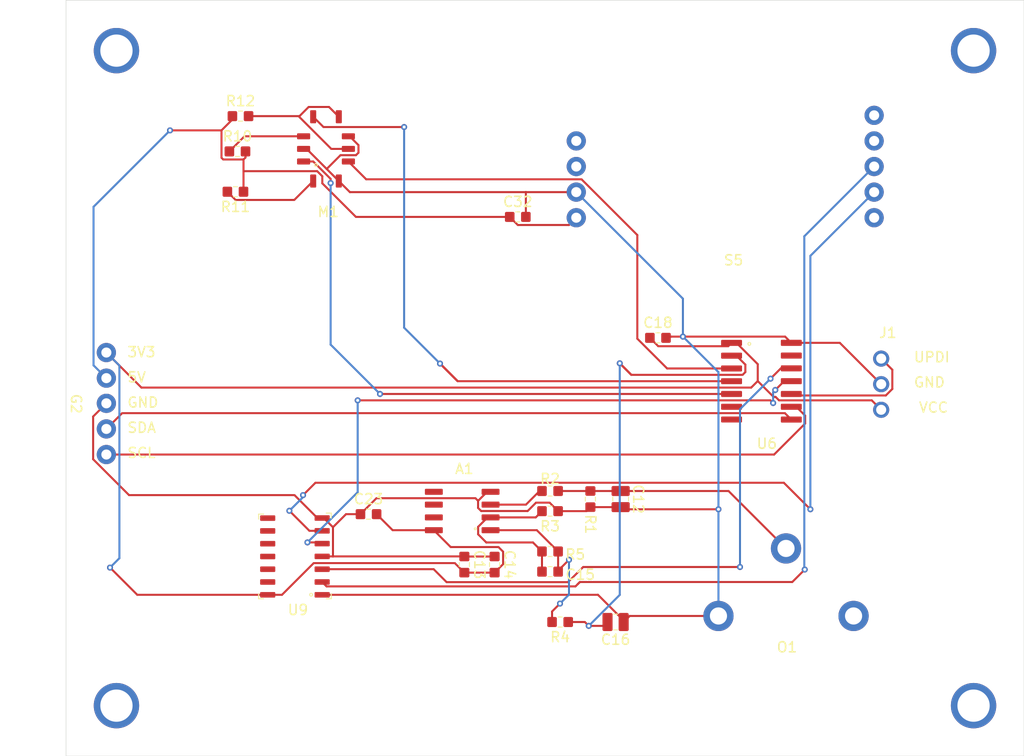
<source format=kicad_pcb>
(kicad_pcb (version 20241229) (generator "pcbnew") (generator_version "9.0")
  (layers (0 "F.Cu" signal) (2 "B.Cu" signal) (13 "F.Paste" user) (15 "B.Paste" user) (5 "F.SilkS" user "F.Silkscreen") (7 "B.SilkS" user "B.Silkscreen") (1 "F.Mask" user) (3 "B.Mask" user) (25 "Edge.Cuts" user))
  (net 0 "")
  (net 1 "Net-(A1-+IN_A)")
  (net 3 "3V3")
  (net 4 "GND")
  (net 5 "Net-(A1-OUT_A)")
  (net 6 "Net-(A1--IN_A)")
  (net 9 "Net-(O1-Vsensor+)")
  (net 10 "02_A")
  (net 11 "5V")
  (net 12 "SDA")
  (net 13 "SCL")
  (net 14 "UPDI")
  (net 15 "Net-(M1-C)")
  (net 16 "Net-(M1-E)")
  (net 17 "NO2_VAL")
  (net 18 "Net-(M1-K)")
  (net 19 "NH3_VAL")
  (net 20 "CO_VAL")
  (net 24 "CO2_TX")
  (net 25 "C02_RX")
  (net 29 "AT_GAS_RX")
  (net 31 "AT_GAS_TX")
  (footprint "" (layer "F.Cu") (at 182 63)
    (property "Reference" "" (at 0 0 0) (layer "F.SilkS") (effects (font (size 1.27 1.27))))
    (property "Value" "")
    (pad "" thru_hole circle (at 0 0) (size 4.5 4.5) (drill 3.2) (layers "*.Cu" "*.Mask"))
  )
  (footprint "common:C_0805" (layer "F.Cu") (at 146.5 119.7 180)
    (property "Reference" "C16" (at 0 -1.75 0) (layer "F.SilkS"))
    (property "Value" "10uF")
    (fp_line (start -0.2 0.78) (end 0.2 0.78) (stroke (width 0.1)) (layer "F.SilkS"))
    (fp_line (start -0.2 -0.78) (end 0.2 -0.78) (stroke (width 0.1)) (layer "F.SilkS"))
    (pad "1" smd roundrect (at -0.8 0 180) (size 1 1.8) (layers "F.Cu" "F.Mask" "F.Paste") (roundrect_rratio 0.15) (net 4 "GND"))
    (pad "2" smd roundrect (at 0.8 0 180) (size 1 1.8) (layers "F.Cu" "F.Mask" "F.Paste") (roundrect_rratio 0.15) (net 10 "02_A"))
  )
  (footprint "common:C_0603" (layer "F.Cu") (at 150.7 91.5)
    (property "Reference" "C18" (at 0 -1.5 0) (layer "F.SilkS"))
    (property "Value" "100nF")
    (fp_line (start -0.2 -0.5) (end 0.2 -0.5) (stroke (width 0.1)) (layer "F.SilkS"))
    (fp_line (start -0.2 0.5) (end 0.2 0.5) (stroke (width 0.1)) (layer "F.SilkS"))
    (pad "1" smd roundrect (at -0.8 0) (size 0.95 1) (layers "F.Cu" "F.Mask" "F.Paste") (roundrect_rratio 0.15) (net 3 "3V3"))
    (pad "2" smd roundrect (at 0.8 0) (size 0.95 1) (layers "F.Cu" "F.Mask" "F.Paste") (roundrect_rratio 0.15) (net 4 "GND"))
  )
  (footprint "air_sens_foots:MiCS-6814" (layer "F.Cu") (at 117.78 72.75)
    (property "Reference" "M1" (at 0.22 6.25 0) (layer "F.SilkS"))
    (property "Value" "MiCS-6814")
    (fp_circle (center -1 1.6) (end -0.9 1.5) (stroke (width 0.1)) (fill no) (layer "F.SilkS"))
    (pad "1" smd roundrect (at -2.22 1.25 90) (size 0.6 1.3) (layers "F.Cu" "F.Mask" "F.Paste") (roundrect_rratio 0.15) (net 17 "NO2_VAL"))
    (pad "2" smd roundrect (at -2.22 0 90) (size 0.6 1.3) (layers "F.Cu" "F.Mask" "F.Paste") (roundrect_rratio 0.15) (net 4 "GND"))
    (pad "3" smd roundrect (at -2.22 -1.25 90) (size 0.6 1.3) (layers "F.Cu" "F.Mask" "F.Paste") (roundrect_rratio 0.15) (net 15 "Net-(M1-C)"))
    (pad "4" smd roundrect (at -1.27 -3.19) (size 0.6 1.3) (layers "F.Cu" "F.Mask" "F.Paste") (roundrect_rratio 0.15) (net 19 "NH3_VAL"))
    (pad "5" smd roundrect (at 1.27 -3.19) (size 0.6 1.3) (layers "F.Cu" "F.Mask" "F.Paste") (roundrect_rratio 0.15) (net 16 "Net-(M1-E)"))
    (pad "6" smd roundrect (at 2.22 -1.25 90) (size 0.6 1.3) (layers "F.Cu" "F.Mask" "F.Paste") (roundrect_rratio 0.15) (net 4 "GND"))
    (pad "7" smd roundrect (at 2.22 0 90) (size 0.6 1.3) (layers "F.Cu" "F.Mask" "F.Paste") (roundrect_rratio 0.15) (net 16 "Net-(M1-E)"))
    (pad "8" smd roundrect (at 2.22 1.25 90) (size 0.6 1.3) (layers "F.Cu" "F.Mask" "F.Paste") (roundrect_rratio 0.15) (net 20 "CO_VAL"))
    (pad "9" smd roundrect (at 1.27 3.19) (size 0.6 1.3) (layers "F.Cu" "F.Mask" "F.Paste") (roundrect_rratio 0.15) (net 4 "GND"))
    (pad "10" smd roundrect (at -1.27 3.19) (size 0.6 1.3) (layers "F.Cu" "F.Mask" "F.Paste") (roundrect_rratio 0.15) (net 18 "Net-(M1-K)"))
  )
  (footprint "air_sens_foots:SN74LVC125" (layer "F.Cu") (at 114.7 113.19 90)
    (property "Reference" "U9" (at -5.31 0.3 0) (layer "F.SilkS"))
    (property "Value" "Buffer")
    (fp_line (start 4.2 -3.6) (end 4.2 -3.1) (stroke (width 0.1)) (layer "F.SilkS"))
    (fp_line (start 3.7 -3.6) (end 4.2 -3.6) (stroke (width 0.1)) (layer "F.SilkS"))
    (fp_line (start -4.2 -3.6) (end -3.7 -3.6) (stroke (width 0.1)) (layer "F.SilkS"))
    (fp_line (start -4.2 -3.1) (end -4.2 -3.6) (stroke (width 0.1)) (layer "F.SilkS"))
    (fp_line (start 4.3 3.1) (end 4.3 3.6) (stroke (width 0.1)) (layer "F.SilkS"))
    (fp_line (start 4.3 3.6) (end 3.8 3.6) (stroke (width 0.1)) (layer "F.SilkS"))
    (fp_line (start -3.7 3.6) (end -4.2 3.6) (stroke (width 0.1)) (layer "F.SilkS"))
    (fp_line (start -4.2 3.6) (end -4.2 3.1) (stroke (width 0.1)) (layer "F.SilkS"))
    (fp_circle (center -3.8 1.6) (end -3.7 1.5) (stroke (width 0.1)) (fill no) (layer "F.SilkS"))
    (pad "1" smd roundrect (at -3.81 2.7 90) (size 0.55 1.5) (layers "F.Cu" "F.Mask" "F.Paste") (roundrect_rratio 0.15) (net 4 "GND") (clearance 0.07))
    (pad "2" smd roundrect (at -2.54 2.7 90) (size 0.55 1.5) (layers "F.Cu" "F.Mask" "F.Paste") (roundrect_rratio 0.15) (net 24 "CO2_TX") (clearance 0.07))
    (pad "3" smd roundrect (at -1.27 2.7 90) (size 0.55 1.5) (layers "F.Cu" "F.Mask" "F.Paste") (roundrect_rratio 0.15) (net 29 "AT_GAS_RX") (clearance 0.07))
    (pad "4" smd roundrect (at 0 2.7 90) (size 0.55 1.5) (layers "F.Cu" "F.Mask" "F.Paste") (roundrect_rratio 0.15) (net 4 "GND") (clearance 0.07))
    (pad "5" smd roundrect (at 1.27 2.7 90) (size 0.55 1.5) (layers "F.Cu" "F.Mask" "F.Paste") (roundrect_rratio 0.15) (net 31 "AT_GAS_TX") (clearance 0.07))
    (pad "6" smd roundrect (at 2.54 2.7 90) (size 0.55 1.5) (layers "F.Cu" "F.Mask" "F.Paste") (roundrect_rratio 0.15) (net 25 "C02_RX") (clearance 0.07))
    (pad "7" smd roundrect (at 3.81 2.7 90) (size 0.55 1.5) (layers "F.Cu" "F.Mask" "F.Paste") (roundrect_rratio 0.15) (net 4 "GND") (clearance 0.07))
    (pad "8" smd roundrect (at 3.8 -2.7 90) (size 0.55 1.5) (layers "F.Cu" "F.Mask" "F.Paste") (roundrect_rratio 0.15) (clearance 0.07))
    (pad "9" smd roundrect (at 2.53 -2.7 90) (size 0.55 1.5) (layers "F.Cu" "F.Mask" "F.Paste") (roundrect_rratio 0.15) (clearance 0.07))
    (pad "10" smd roundrect (at 1.26 -2.7 90) (size 0.55 1.5) (layers "F.Cu" "F.Mask" "F.Paste") (roundrect_rratio 0.15) (clearance 0.07))
    (pad "11" smd roundrect (at -0.01 -2.7 90) (size 0.55 1.5) (layers "F.Cu" "F.Mask" "F.Paste") (roundrect_rratio 0.15) (clearance 0.07))
    (pad "12" smd roundrect (at -1.27 -2.7 90) (size 0.55 1.5) (layers "F.Cu" "F.Mask" "F.Paste") (roundrect_rratio 0.15) (clearance 0.07))
    (pad "13" smd roundrect (at -2.54 -2.7 90) (size 0.55 1.5) (layers "F.Cu" "F.Mask" "F.Paste") (roundrect_rratio 0.15) (clearance 0.07))
    (pad "14" smd roundrect (at -3.81 -2.7 90) (size 0.55 1.5) (layers "F.Cu" "F.Mask" "F.Paste") (roundrect_rratio 0.15) (net 3 "3V3") (clearance 0.07))
  )
  (footprint "common:C_0603" (layer "F.Cu") (at 140 114.7 180)
    (property "Reference" "C15" (at -3 -0.3 0) (layer "F.SilkS"))
    (property "Value" "10nF")
    (fp_line (start -0.2 0.5) (end 0.2 0.5) (stroke (width 0.1)) (layer "F.SilkS"))
    (fp_line (start -0.2 -0.5) (end 0.2 -0.5) (stroke (width 0.1)) (layer "F.SilkS"))
    (pad "1" smd roundrect (at -0.8 0 180) (size 0.95 1) (layers "F.Cu" "F.Mask" "F.Paste") (roundrect_rratio 0.15) (net 5 "Net-(A1-OUT_A)"))
    (pad "2" smd roundrect (at 0.8 0 180) (size 0.95 1) (layers "F.Cu" "F.Mask" "F.Paste") (roundrect_rratio 0.15) (net 6 "Net-(A1--IN_A)"))
  )
  (footprint "common:R_0603" (layer "F.Cu") (at 109.3 69.5)
    (property "Reference" "R12" (at 0 -1.5 0) (layer "F.SilkS"))
    (property "Value" "820R")
    (fp_line (start -0.2 -0.5) (end 0.2 -0.5) (stroke (width 0.1)) (layer "F.SilkS"))
    (fp_line (start -0.2 0.5) (end 0.2 0.5) (stroke (width 0.1)) (layer "F.SilkS"))
    (pad "1" smd roundrect (at -0.8 0) (size 0.95 1) (layers "F.Cu" "F.Mask" "F.Paste") (roundrect_rratio 0.15) (net 11 "5V"))
    (pad "2" smd roundrect (at 0.8 0) (size 0.95 1) (layers "F.Cu" "F.Mask" "F.Paste") (roundrect_rratio 0.15) (net 16 "Net-(M1-E)"))
  )
  (footprint "" (layer "F.Cu") (at 182 128)
    (property "Reference" "" (at 0 0 0) (layer "F.SilkS") (effects (font (size 1.27 1.27))))
    (property "Value" "")
    (pad "" thru_hole circle (at 0 0) (size 4.5 4.5) (drill 3.2) (layers "*.Cu" "*.Mask"))
  )
  (footprint "air_sens_foots:AO_03" (layer "F.Cu") (at 163.5 122.7)
    (property "Reference" "O1" (at 0 -0.5 0) (layer "F.SilkS"))
    (property "Value" "AO-03")
    (pad "1" thru_hole circle (at -0.1 -10.3) (size 3 3) (drill 1.7) (layers "*.Cu" "*.Mask") (net 9 "Net-(O1-Vsensor+)"))
    (pad "2" thru_hole circle (at -6.8 -3.6) (size 3 3) (drill 1.7) (layers "*.Cu" "*.Mask") (net 4 "GND"))
    (pad "3" thru_hole circle (at 6.6 -3.6) (size 3 3) (drill 1.7) (layers "*.Cu" "*.Mask"))
  )
  (footprint "common:C_0603" (layer "F.Cu") (at 136.8 79.5)
    (property "Reference" "C32" (at 0 -1.5 0) (layer "F.SilkS"))
    (property "Value" "100nF")
    (fp_line (start -0.2 -0.5) (end 0.2 -0.5) (stroke (width 0.1)) (layer "F.SilkS"))
    (fp_line (start -0.2 0.5) (end 0.2 0.5) (stroke (width 0.1)) (layer "F.SilkS"))
    (pad "1" smd roundrect (at -0.8 0) (size 0.95 1) (layers "F.Cu" "F.Mask" "F.Paste") (roundrect_rratio 0.15) (net 11 "5V"))
    (pad "2" smd roundrect (at 0.8 0) (size 0.95 1) (layers "F.Cu" "F.Mask" "F.Paste") (roundrect_rratio 0.15) (net 4 "GND"))
  )
  (footprint "air_sens_foots:ATtiny1614" (layer "F.Cu") (at 155.2625 96.8 -90)
    (property "Reference" "U6" (at 5.2 -6.2375 0) (layer "F.SilkS"))
    (property "Value" "~")
    (fp_circle (center -4.7 -4.5) (end -4.6 -4.6) (stroke (width 0.1)) (fill no) (layer "F.SilkS"))
    (pad "1" smd roundrect (at -4.8 -2.7375) (size 2.075 0.6) (layers "F.Cu" "F.Mask" "F.Paste") (roundrect_rratio 0.15) (net 3 "3V3"))
    (pad "2" smd roundrect (at -3.53 -2.7375) (size 2.075 0.6) (layers "F.Cu" "F.Mask" "F.Paste") (roundrect_rratio 0.15) (net 10 "02_A"))
    (pad "3" smd roundrect (at -2.26 -2.7375) (size 2.075 0.6) (layers "F.Cu" "F.Mask" "F.Paste") (roundrect_rratio 0.15) (net 20 "CO_VAL"))
    (pad "4" smd roundrect (at -0.995 -2.7375) (size 2.075 0.59) (layers "F.Cu" "F.Mask" "F.Paste") (roundrect_rratio 0.15) (net 19 "NH3_VAL"))
    (pad "5" smd roundrect (at 0.27 -2.7375) (size 2.075 0.6) (layers "F.Cu" "F.Mask" "F.Paste") (roundrect_rratio 0.15) (net 17 "NO2_VAL"))
    (pad "6" smd roundrect (at 1.54 -2.7375) (size 2.075 0.6) (layers "F.Cu" "F.Mask" "F.Paste") (roundrect_rratio 0.15))
    (pad "7" smd roundrect (at 2.805 -2.7375) (size 2.075 0.59) (layers "F.Cu" "F.Mask" "F.Paste") (roundrect_rratio 0.15))
    (pad "8" smd roundrect (at 2.81 -8.6625) (size 2.075 0.6) (layers "F.Cu" "F.Mask" "F.Paste") (roundrect_rratio 0.15) (net 12 "SDA"))
    (pad "9" smd roundrect (at 1.54 -8.6625) (size 2.075 0.6) (layers "F.Cu" "F.Mask" "F.Paste") (roundrect_rratio 0.15) (net 13 "SCL"))
    (pad "10" smd roundrect (at 0.27 -8.6625) (size 2.075 0.6) (layers "F.Cu" "F.Mask" "F.Paste") (roundrect_rratio 0.15) (net 14 "UPDI"))
    (pad "11" smd roundrect (at -1 -8.6625) (size 2.075 0.6) (layers "F.Cu" "F.Mask" "F.Paste") (roundrect_rratio 0.15) (net 31 "AT_GAS_TX"))
    (pad "12" smd roundrect (at -2.27 -8.6625) (size 2.075 0.6) (layers "F.Cu" "F.Mask" "F.Paste") (roundrect_rratio 0.15) (net 29 "AT_GAS_RX"))
    (pad "13" smd roundrect (at -3.54 -8.6625) (size 2.075 0.6) (layers "F.Cu" "F.Mask" "F.Paste") (roundrect_rratio 0.15))
    (pad "14" smd roundrect (at -4.805 -8.6625) (size 2.075 0.61) (layers "F.Cu" "F.Mask" "F.Paste") (roundrect_rratio 0.15) (net 4 "GND"))
  )
  (footprint "common:C_0603" (layer "F.Cu") (at 131.5 114 -90)
    (property "Reference" "C13" (at 0 -1.5 270) (layer "F.SilkS"))
    (property "Value" "10nF")
    (fp_line (start -0.2 0.5) (end 0.2 0.5) (stroke (width 0.1)) (layer "F.SilkS"))
    (fp_line (start -0.2 -0.5) (end 0.2 -0.5) (stroke (width 0.1)) (layer "F.SilkS"))
    (pad "1" smd roundrect (at -0.8 0 270) (size 0.95 1) (layers "F.Cu" "F.Mask" "F.Paste") (roundrect_rratio 0.15) (net 4 "GND"))
    (pad "2" smd roundrect (at 0.8 0 270) (size 0.95 1) (layers "F.Cu" "F.Mask" "F.Paste") (roundrect_rratio 0.15) (net 3 "3V3"))
  )
  (footprint "common:R_0603" (layer "F.Cu") (at 144 107.5 -90)
    (property "Reference" "R1" (at 2.5 0 270) (layer "F.SilkS"))
    (property "Value" "100R")
    (fp_line (start -0.2 0.5) (end 0.2 0.5) (stroke (width 0.1)) (layer "F.SilkS"))
    (fp_line (start -0.2 -0.5) (end 0.2 -0.5) (stroke (width 0.1)) (layer "F.SilkS"))
    (pad "1" smd roundrect (at -0.8 0 270) (size 0.95 1) (layers "F.Cu" "F.Mask" "F.Paste") (roundrect_rratio 0.15) (net 9 "Net-(O1-Vsensor+)"))
    (pad "2" smd roundrect (at 0.8 0 270) (size 0.95 1) (layers "F.Cu" "F.Mask" "F.Paste") (roundrect_rratio 0.15) (net 4 "GND"))
  )
  (footprint "air_sens_foots:mounting_hole" (layer "F.Cu") (at 96.9 72.7)
    (property "Reference" "REF**" (hide yes))
    (property "Value" "mounting_hole")
    (pad "" thru_hole circle (at 0.1 -9.7) (size 4.5 4.5) (drill 3.2) (layers "*.Cu" "*.Mask"))
  )
  (footprint "air_sens_foots:AD8552" (layer "F.Cu") (at 137.3875 108.65 90)
    (property "Reference" "A1" (at 4.15 -5.8875 0) (layer "F.SilkS"))
    (property "Value" "AD8552")
    (fp_circle (center -1.8 -4.8) (end -1.8 -4.7) (stroke (width 0.1)) (fill no) (layer "F.SilkS"))
    (pad "1" smd roundrect (at -1.94 -3.2875 180) (size 1.775 0.6) (layers "F.Cu" "F.Mask" "F.Paste") (roundrect_rratio 0.15) (net 5 "Net-(A1-OUT_A)"))
    (pad "2" smd roundrect (at -0.67 -3.2875 180) (size 1.775 0.6) (layers "F.Cu" "F.Mask" "F.Paste") (roundrect_rratio 0.15) (net 6 "Net-(A1--IN_A)"))
    (pad "3" smd roundrect (at 0.6 -3.2875 180) (size 1.775 0.6) (layers "F.Cu" "F.Mask" "F.Paste") (roundrect_rratio 0.15) (net 1 "Net-(A1-+IN_A)"))
    (pad "4" smd roundrect (at 1.87 -3.2875 180) (size 1.775 0.6) (layers "F.Cu" "F.Mask" "F.Paste") (roundrect_rratio 0.15) (net 4 "GND"))
    (pad "5" smd roundrect (at 1.87 -8.9125 180) (size 1.775 0.6) (layers "F.Cu" "F.Mask" "F.Paste") (roundrect_rratio 0.15))
    (pad "6" smd roundrect (at 0.6 -8.9125 180) (size 1.775 0.6) (layers "F.Cu" "F.Mask" "F.Paste") (roundrect_rratio 0.15))
    (pad "7" smd roundrect (at -0.67 -8.9125 180) (size 1.775 0.6) (layers "F.Cu" "F.Mask" "F.Paste") (roundrect_rratio 0.15))
    (pad "8" smd roundrect (at -1.94 -8.9125 180) (size 1.775 0.6) (layers "F.Cu" "F.Mask" "F.Paste") (roundrect_rratio 0.15) (net 3 "3V3"))
  )
  (footprint "" (layer "F.Cu") (at 97 128)
    (property "Reference" "" (at 0 0 0) (layer "F.SilkS") (effects (font (size 1.27 1.27))))
    (property "Value" "")
    (pad "" thru_hole circle (at 0 0) (size 4.5 4.5) (drill 3.2) (layers "*.Cu" "*.Mask"))
  )
  (footprint "common:R_0603" (layer "F.Cu") (at 109 73)
    (property "Reference" "R10" (at 0 -1.5 0) (layer "F.SilkS"))
    (property "Value" "27R")
    (fp_line (start -0.2 -0.5) (end 0.2 -0.5) (stroke (width 0.1)) (layer "F.SilkS"))
    (fp_line (start -0.2 0.5) (end 0.2 0.5) (stroke (width 0.1)) (layer "F.SilkS"))
    (pad "1" smd roundrect (at -0.8 0) (size 0.95 1) (layers "F.Cu" "F.Mask" "F.Paste") (roundrect_rratio 0.15) (net 15 "Net-(M1-C)"))
    (pad "2" smd roundrect (at 0.8 0) (size 0.95 1) (layers "F.Cu" "F.Mask" "F.Paste") (roundrect_rratio 0.15) (net 11 "5V"))
  )
  (footprint "common:R_0603" (layer "F.Cu") (at 141 119.7 180)
    (property "Reference" "R4" (at 0 -1.5 0) (layer "F.SilkS"))
    (property "Value" "100R")
    (fp_line (start -0.2 0.5) (end 0.2 0.5) (stroke (width 0.1)) (layer "F.SilkS"))
    (fp_line (start -0.2 -0.5) (end 0.2 -0.5) (stroke (width 0.1)) (layer "F.SilkS"))
    (pad "1" smd roundrect (at -0.8 0 180) (size 0.95 1) (layers "F.Cu" "F.Mask" "F.Paste") (roundrect_rratio 0.15) (net 10 "02_A"))
    (pad "2" smd roundrect (at 0.8 0 180) (size 0.95 1) (layers "F.Cu" "F.Mask" "F.Paste") (roundrect_rratio 0.15) (net 5 "Net-(A1-OUT_A)"))
  )
  (footprint "common:R_0603" (layer "F.Cu") (at 140 106.7 180)
    (property "Reference" "R2" (at 0 1.2 0) (layer "F.SilkS"))
    (property "Value" "10K")
    (fp_line (start -0.2 0.5) (end 0.2 0.5) (stroke (width 0.1)) (layer "F.SilkS"))
    (fp_line (start -0.2 -0.5) (end 0.2 -0.5) (stroke (width 0.1)) (layer "F.SilkS"))
    (pad "1" smd roundrect (at -0.8 0 180) (size 0.95 1) (layers "F.Cu" "F.Mask" "F.Paste") (roundrect_rratio 0.15) (net 9 "Net-(O1-Vsensor+)"))
    (pad "2" smd roundrect (at 0.8 0 180) (size 0.95 1) (layers "F.Cu" "F.Mask" "F.Paste") (roundrect_rratio 0.15) (net 1 "Net-(A1-+IN_A)"))
  )
  (footprint "common:R_0603" (layer "F.Cu") (at 140 112.7 180)
    (property "Reference" "R5" (at -2.5 -0.3 0) (layer "F.SilkS"))
    (property "Value" "400K")
    (fp_line (start -0.2 0.5) (end 0.2 0.5) (stroke (width 0.1)) (layer "F.SilkS"))
    (fp_line (start -0.2 -0.5) (end 0.2 -0.5) (stroke (width 0.1)) (layer "F.SilkS"))
    (pad "1" smd roundrect (at -0.8 0 180) (size 0.95 1) (layers "F.Cu" "F.Mask" "F.Paste") (roundrect_rratio 0.15) (net 5 "Net-(A1-OUT_A)"))
    (pad "2" smd roundrect (at 0.8 0 180) (size 0.95 1) (layers "F.Cu" "F.Mask" "F.Paste") (roundrect_rratio 0.15) (net 6 "Net-(A1--IN_A)"))
  )
  (footprint "common:C_0603" (layer "F.Cu") (at 122 109)
    (property "Reference" "C23" (at 0 -1.5 0) (layer "F.SilkS"))
    (property "Value" "100nF")
    (fp_line (start -0.2 -0.5) (end 0.2 -0.5) (stroke (width 0.1)) (layer "F.SilkS"))
    (fp_line (start -0.2 0.5) (end 0.2 0.5) (stroke (width 0.1)) (layer "F.SilkS"))
    (pad "1" smd roundrect (at -0.8 0) (size 0.95 1) (layers "F.Cu" "F.Mask" "F.Paste") (roundrect_rratio 0.15) (net 4 "GND"))
    (pad "2" smd roundrect (at 0.8 0) (size 0.95 1) (layers "F.Cu" "F.Mask" "F.Paste") (roundrect_rratio 0.15) (net 3 "3V3"))
  )
  (footprint "common:R_0603" (layer "F.Cu") (at 140 108.7 180)
    (property "Reference" "R3" (at 0 -1.5 0) (layer "F.SilkS"))
    (property "Value" "10K")
    (fp_line (start -0.2 0.5) (end 0.2 0.5) (stroke (width 0.1)) (layer "F.SilkS"))
    (fp_line (start -0.2 -0.5) (end 0.2 -0.5) (stroke (width 0.1)) (layer "F.SilkS"))
    (pad "1" smd roundrect (at -0.8 0 180) (size 0.95 1) (layers "F.Cu" "F.Mask" "F.Paste") (roundrect_rratio 0.15) (net 4 "GND"))
    (pad "2" smd roundrect (at 0.8 0 180) (size 0.95 1) (layers "F.Cu" "F.Mask" "F.Paste") (roundrect_rratio 0.15) (net 6 "Net-(A1--IN_A)"))
  )
  (footprint "air_sens_foots:MH-Z1911A" (layer "F.Cu") (at 158.2 78.7)
    (property "Reference" "S5" (at 0 5.1 0) (layer "F.SilkS"))
    (property "Value" "MH-Z1911A")
    (pad "1" thru_hole circle (at 13.94 -9.28) (size 1.905 1.905) (drill 1) (layers "*.Cu" "*.Mask"))
    (pad "2" thru_hole circle (at 13.94 -6.74) (size 1.905 1.905) (drill 1) (layers "*.Cu" "*.Mask"))
    (pad "3" thru_hole circle (at 13.94 -4.2) (size 1.905 1.905) (drill 1) (layers "*.Cu" "*.Mask") (net 24 "CO2_TX"))
    (pad "4" thru_hole circle (at 13.94 -1.66) (size 1.905 1.905) (drill 1) (layers "*.Cu" "*.Mask") (net 25 "C02_RX"))
    (pad "5" thru_hole circle (at 13.94 0.88) (size 1.905 1.905) (drill 1) (layers "*.Cu" "*.Mask"))
    (pad "6" thru_hole circle (at -15.6 -6.74) (size 1.905 1.905) (drill 1) (layers "*.Cu" "*.Mask"))
    (pad "7" thru_hole circle (at -15.6 -4.2) (size 1.905 1.905) (drill 1) (layers "*.Cu" "*.Mask"))
    (pad "8" thru_hole circle (at -15.6 -1.66) (size 1.905 1.905) (drill 1) (layers "*.Cu" "*.Mask") (net 4 "GND"))
    (pad "9" thru_hole circle (at -15.6 0.88) (size 1.905 1.905) (drill 1) (layers "*.Cu" "*.Mask") (net 11 "5V"))
  )
  (footprint "common:R_0603" (layer "F.Cu") (at 108.8 77)
    (property "Reference" "R11" (at 0 1.5 0) (layer "F.SilkS"))
    (property "Value" "130")
    (fp_line (start -0.2 -0.5) (end 0.2 -0.5) (stroke (width 0.1)) (layer "F.SilkS"))
    (fp_line (start -0.2 0.5) (end 0.2 0.5) (stroke (width 0.1)) (layer "F.SilkS"))
    (pad "1" smd roundrect (at -0.8 0) (size 0.95 1) (layers "F.Cu" "F.Mask" "F.Paste") (roundrect_rratio 0.15) (net 18 "Net-(M1-K)"))
    (pad "2" smd roundrect (at 0.8 0) (size 0.95 1) (layers "F.Cu" "F.Mask" "F.Paste") (roundrect_rratio 0.15) (net 11 "5V"))
  )
  (footprint "air_sens_foots:ATtiny_Programming_Header" (layer "F.Cu") (at 177.3375 96.1 90)
    (property "Reference" "J1" (at 5.1 -3.8375 0) (layer "F.SilkS"))
    (property "Value" "Program Header")
    (fp_text user "UPDI" (at 2.1 -1.3375 0) (layer "F.SilkS") (effects (font (thickness 0.15) (bold yes)) (justify left bottom)))
    (fp_text user "VCC" (at -2.9 -0.8375 0) (layer "F.SilkS") (effects (font (thickness 0.15) (bold yes)) (justify left bottom)))
    (fp_text user "GND" (at -0.4 -1.3375 0) (layer "F.SilkS") (effects (font (thickness 0.15) (bold yes)) (justify left bottom)))
    (pad "1" thru_hole circle (at -2.54 -4.5 180) (size 1.6 1.6) (drill 1) (layers "*.Cu" "*.Mask") (net 3 "3V3"))
    (pad "2" thru_hole circle (at 0 -4.5 180) (size 1.6 1.6) (drill 1) (layers "*.Cu" "*.Mask") (net 4 "GND"))
    (pad "3" thru_hole circle (at 2.54 -4.5 180) (size 1.6 1.6) (drill 1) (layers "*.Cu" "*.Mask") (net 14 "UPDI"))
  )
  (footprint "common:C_0805" (layer "F.Cu") (at 147 107.5 -90)
    (property "Reference" "C12" (at 0 -1.75 270) (layer "F.SilkS"))
    (property "Value" "4.7uF")
    (fp_line (start -0.2 0.78) (end 0.2 0.78) (stroke (width 0.1)) (layer "F.SilkS"))
    (fp_line (start -0.2 -0.78) (end 0.2 -0.78) (stroke (width 0.1)) (layer "F.SilkS"))
    (pad "1" smd roundrect (at -0.8 0 270) (size 1 1.8) (layers "F.Cu" "F.Mask" "F.Paste") (roundrect_rratio 0.15) (net 9 "Net-(O1-Vsensor+)"))
    (pad "2" smd roundrect (at 0.8 0 270) (size 1 1.8) (layers "F.Cu" "F.Mask" "F.Paste") (roundrect_rratio 0.15) (net 4 "GND"))
  )
  (footprint "air_sens_foots:GPIO_HEADER" (layer "F.Cu") (at 91.9 97.94 -90)
    (property "Reference" "G2" (at 0.1 -1.1 270) (layer "F.SilkS"))
    (property "Value" "Module Connector")
    (fp_text user "GND" (at 0.56 -6.1 0) (layer "F.SilkS") (effects (justify left bottom)))
    (fp_text user "5V" (at -1.94 -6.1 0) (layer "F.SilkS") (effects (justify left bottom)))
    (fp_text user "SDA" (at 3.06 -6.1 0) (layer "F.SilkS") (effects (justify left bottom)))
    (fp_text user "SCL" (at 5.56 -6.1 0) (layer "F.SilkS") (effects (justify left bottom)))
    (fp_text user "3V3" (at -4.44 -6.1 0) (layer "F.SilkS") (effects (justify left bottom)))
    (pad "1" thru_hole circle (at -4.98 -4.1 270) (size 1.905 1.905) (drill 1) (layers "*.Cu" "*.Mask") (net 3 "3V3"))
    (pad "2" thru_hole circle (at -2.44 -4.1 270) (size 1.905 1.905) (drill 1) (layers "*.Cu" "*.Mask") (net 11 "5V"))
    (pad "3" thru_hole circle (at 0.06 -4.1 270) (size 1.905 1.905) (drill 1) (layers "*.Cu" "*.Mask") (net 4 "GND"))
    (pad "4" thru_hole circle (at 2.6 -4.1 270) (size 1.905 1.905) (drill 1) (layers "*.Cu" "*.Mask") (net 12 "SDA"))
    (pad "5" thru_hole circle (at 5.14 -4.1 270) (size 1.905 1.905) (drill 1) (layers "*.Cu" "*.Mask") (net 13 "SCL"))
  )
  (footprint "common:C_0603" (layer "F.Cu") (at 134.5 114 -90)
    (property "Reference" "C14" (at 0 -1.5 270) (layer "F.SilkS"))
    (property "Value" "10nF")
    (fp_line (start -0.2 0.5) (end 0.2 0.5) (stroke (width 0.1)) (layer "F.SilkS"))
    (fp_line (start -0.2 -0.5) (end 0.2 -0.5) (stroke (width 0.1)) (layer "F.SilkS"))
    (pad "1" smd roundrect (at -0.8 0 270) (size 0.95 1) (layers "F.Cu" "F.Mask" "F.Paste") (roundrect_rratio 0.15) (net 4 "GND"))
    (pad "2" smd roundrect (at 0.8 0 270) (size 0.95 1) (layers "F.Cu" "F.Mask" "F.Paste") (roundrect_rratio 0.15) (net 3 "3V3"))
  )
  (gr_rect (start 92 58) (end 187 133) (stroke (width 0.05)) (fill no) (layer "Edge.Cuts"))
  (segment (start 138.9646 106.7) (end 137.6146 108.05) (width 0.2) (layer "F.Cu") (net 1))
  (segment (start 137.6146 108.05) (end 134.1 108.05) (width 0.2) (layer "F.Cu") (net 1))
  (segment (start 139.2 106.7) (end 138.9646 106.7) (width 0.2) (layer "F.Cu") (net 1))
  (segment (start 96.3625 114.2994) (end 99.0631 117) (width 0.2) (layer "F.Cu") (net 3))
  (segment (start 116.5608 113.8561) (end 113.4169 117) (width 0.2) (layer "F.Cu") (net 3))
  (segment (start 150.7347 92.3347) (end 149.9 91.5) (width 0.2) (layer "F.Cu") (net 3))
  (segment (start 124.39 110.59) (end 128.475 110.59) (width 0.2) (layer "F.Cu") (net 3))
  (segment (start 135.3446 112.7235) (end 135.3446 113.9554) (width 0.2) (layer "F.Cu") (net 3))
  (segment (start 134.8828 112.2617) (end 135.3446 112.7235) (width 0.2) (layer "F.Cu") (net 3))
  (segment (start 162.7108 97.705) (end 162.372 97.3662) (width 0.2) (layer "F.Cu") (net 3))
  (segment (start 162.372 97.3662) (end 162.1737 97.3662) (width 0.2) (layer "F.Cu") (net 3))
  (segment (start 157.6653 92.3347) (end 150.7347 92.3347) (width 0.2) (layer "F.Cu") (net 3))
  (segment (start 113.4169 117) (end 112 117) (width 0.2) (layer "F.Cu") (net 3))
  (segment (start 171.9025 97.705) (end 162.7108 97.705) (width 0.2) (layer "F.Cu") (net 3))
  (segment (start 172.8375 98.64) (end 171.9025 97.705) (width 0.2) (layer "F.Cu") (net 3))
  (segment (start 160.5967 94.1097) (end 158.487 92) (width 0.2) (layer "F.Cu") (net 3))
  (segment (start 158 92) (end 157.6653 92.3347) (width 0.2) (layer "F.Cu") (net 3))
  (segment (start 130.5561 113.8561) (end 116.5608 113.8561) (width 0.2) (layer "F.Cu") (net 3))
  (segment (start 99.0631 117) (end 112 117) (width 0.2) (layer "F.Cu") (net 3))
  (segment (start 135.3446 113.9554) (end 134.5 114.8) (width 0.2) (layer "F.Cu") (net 3))
  (segment (start 159.9494 96.4365) (end 160.5967 95.7892) (width 0.2) (layer "F.Cu") (net 3))
  (segment (start 158.487 92) (end 158 92) (width 0.2) (layer "F.Cu") (net 3))
  (segment (start 131.5 114.8) (end 130.5561 113.8561) (width 0.2) (layer "F.Cu") (net 3))
  (segment (start 99.4765 96.4365) (end 159.9494 96.4365) (width 0.2) (layer "F.Cu") (net 3))
  (segment (start 96 92.96) (end 99.4765 96.4365) (width 0.2) (layer "F.Cu") (net 3))
  (segment (start 130.1467 112.2617) (end 134.8828 112.2617) (width 0.2) (layer "F.Cu") (net 3))
  (segment (start 128.475 110.59) (end 130.1467 112.2617) (width 0.2) (layer "F.Cu") (net 3))
  (segment (start 160.5967 95.7892) (end 160.5967 94.1097) (width 0.2) (layer "F.Cu") (net 3))
  (segment (start 134.5 114.8) (end 131.5 114.8) (width 0.2) (layer "F.Cu") (net 3))
  (segment (start 122.8 109) (end 124.39 110.59) (width 0.2) (layer "F.Cu") (net 3))
  (segment (start 162.1737 97.3662) (end 160.5967 95.7892) (width 0.2) (layer "F.Cu") (net 3))
  (via (at 96.3625 114.2994) (size 0.6) (drill 0.3) (layers "F.Cu" "B.Cu") (net 3))
  (segment (start 97.2931 113.3688) (end 96.3625 114.2994) (width 0.2) (layer "B.Cu") (net 3))
  (segment (start 96 92.96) (end 97.2931 94.2531) (width 0.2) (layer "B.Cu") (net 3))
  (segment (start 97.2931 94.2531) (end 97.2931 113.3688) (width 0.2) (layer "B.Cu") (net 3))
  (segment (start 133.7583 106.78) (end 132.8621 107.6762) (width 0.2) (layer "F.Cu") (net 4))
  (segment (start 168.7325 91.995) (end 163.925 91.995) (width 0.2) (layer "F.Cu") (net 4))
  (segment (start 144.75 117) (end 147.375 119.625) (width 0.2) (layer "F.Cu") (net 4))
  (segment (start 163.925 91.995) (end 163.3087 91.3787) (width 0.2) (layer "F.Cu") (net 4))
  (segment (start 118.4719 113.19) (end 118.4719 110.2914) (width 0.2) (layer "F.Cu") (net 4))
  (segment (start 98.2488 107.1077) (end 114.6535 107.1077) (width 0.2) (layer "F.Cu") (net 4))
  (segment (start 116.9258 109.38) (end 117.4 109.38) (width 0.2) (layer "F.Cu") (net 4))
  (segment (start 172.8375 96.1) (end 168.7325 91.995) (width 0.2) (layer "F.Cu") (net 4))
  (segment (start 152.0257 91.3787) (end 151.6626 91.3787) (width 0.2) (layer "F.Cu") (net 4))
  (segment (start 121.0012 73.126) (end 120.7522 73.375) (width 0.2) (layer "F.Cu") (net 4))
  (segment (start 132.6009 107.415) (end 132.8621 107.6762) (width 0.2) (layer "F.Cu") (net 4))
  (segment (start 115.86 72.75) (end 115.56 72.75) (width 0.2) (layer "F.Cu") (net 4))
  (segment (start 117.8521 74.7421) (end 115.86 72.75) (width 0.2) (layer "F.Cu") (net 4))
  (segment (start 147 108.3) (end 147.2146 108.5146) (width 0.2) (layer "F.Cu") (net 4))
  (segment (start 122.785 107.415) (end 132.6009 107.415) (width 0.2) (layer "F.Cu") (net 4))
  (segment (start 137.6 77.04) (end 120.15 77.04) (width 0.2) (layer "F.Cu") (net 4))
  (segment (start 134.1 106.78) (end 133.7583 106.78) (width 0.2) (layer "F.Cu") (net 4))
  (segment (start 147.375 119.625) (end 147.3 119.7) (width 0.2) (layer "F.Cu") (net 4))
  (segment (start 147.9 119.1) (end 147.375 119.625) (width 0.2) (layer "F.Cu") (net 4))
  (segment (start 147.2146 108.5146) (end 156.7 108.5146) (width 0.2) (layer "F.Cu") (net 4))
  (segment (start 146.9685 108.3) (end 147 108.3) (width 0.2) (layer "F.Cu") (net 4))
  (segment (start 117.5605 109.38) (end 117.4 109.38) (width 0.2) (layer "F.Cu") (net 4))
  (segment (start 137.6 79.5) (end 137.6 77.04) (width 0.2) (layer "F.Cu") (net 4))
  (segment (start 132.8621 107.6762) (end 132.8621 108.3823) (width 0.2) (layer "F.Cu") (net 4))
  (segment (start 121.2 109) (end 119.7633 109) (width 0.2) (layer "F.Cu") (net 4))
  (segment (start 119.05 75.94) (end 117.8521 74.7421) (width 0.2) (layer "F.Cu") (net 4))
  (segment (start 142.6 77.04) (end 137.6 77.04) (width 0.2) (layer "F.Cu") (net 4))
  (segment (start 137.7809 108.685) (end 138.6113 107.8546) (width 0.2) (layer "F.Cu") (net 4))
  (segment (start 151.6213 91.3787) (end 151.5 91.5) (width 0.2) (layer "F.Cu") (net 4))
  (segment (start 120 71.5) (end 120.1224 71.5) (width 0.2) (layer "F.Cu") (net 4))
  (segment (start 119.7633 109) (end 118.4719 110.2914) (width 0.2) (layer "F.Cu") (net 4))
  (segment (start 121.0012 72.3788) (end 121.0012 73.126) (width 0.2) (layer "F.Cu") (net 4))
  (segment (start 139.9546 107.8546) (end 140.8 108.7) (width 0.2) (layer "F.Cu") (net 4))
  (segment (start 156.7 119.1) (end 147.9 119.1) (width 0.2) (layer "F.Cu") (net 4))
  (segment (start 143.6 108.7) (end 144 108.3) (width 0.2) (layer "F.Cu") (net 4))
  (segment (start 96 98) (end 94.6886 99.3114) (width 0.2) (layer "F.Cu") (net 4))
  (segment (start 118.4719 113.19) (end 117.4 113.19) (width 0.2) (layer "F.Cu") (net 4))
  (segment (start 151.6626 91.3787) (end 151.6213 91.3787) (width 0.2) (layer "F.Cu") (net 4))
  (segment (start 163.3087 91.3787) (end 153.1753 91.3787) (width 0.2) (layer "F.Cu") (net 4))
  (segment (start 131.5 113.2) (end 134.5 113.2) (width 0.2) (layer "F.Cu") (net 4))
  (segment (start 94.6886 103.5475) (end 98.2488 107.1077) (width 0.2) (layer "F.Cu") (net 4))
  (segment (start 138.6113 107.8546) (end 139.9546 107.8546) (width 0.2) (layer "F.Cu") (net 4))
  (segment (start 144 108.3) (end 146.9272 108.3) (width 0.2) (layer "F.Cu") (net 4))
  (segment (start 120.1224 71.5) (end 121.0012 72.3788) (width 0.2) (layer "F.Cu") (net 4))
  (segment (start 118.4719 110.2914) (end 117.5605 109.38) (width 0.2) (layer "F.Cu") (net 4))
  (segment (start 146.9272 108.3) (end 146.9685 108.3) (width 0.2) (layer "F.Cu") (net 4))
  (segment (start 119.2192 73.375) (end 117.8521 74.7421) (width 0.2) (layer "F.Cu") (net 4))
  (segment (start 94.6886 99.3114) (end 94.6886 103.5475) (width 0.2) (layer "F.Cu") (net 4))
  (segment (start 121.2 109) (end 122.785 107.415) (width 0.2) (layer "F.Cu") (net 4))
  (segment (start 114.6535 107.1077) (end 116.9258 109.38) (width 0.2) (layer "F.Cu") (net 4))
  (segment (start 131.49 113.19) (end 118.4719 113.19) (width 0.2) (layer "F.Cu") (net 4))
  (segment (start 120.7522 73.375) (end 119.2192 73.375) (width 0.2) (layer "F.Cu") (net 4))
  (segment (start 140.8 108.7) (end 143.6 108.7) (width 0.2) (layer "F.Cu") (net 4))
  (segment (start 120.15 77.04) (end 119.05 75.94) (width 0.2) (layer "F.Cu") (net 4))
  (segment (start 131.5 113.2) (end 131.49 113.19) (width 0.2) (layer "F.Cu") (net 4))
  (segment (start 117.4 117) (end 144.75 117) (width 0.2) (layer "F.Cu") (net 4))
  (segment (start 133.1648 108.685) (end 137.7809 108.685) (width 0.2) (layer "F.Cu") (net 4))
  (segment (start 153.1753 91.3787) (end 152.0257 91.3787) (width 0.2) (layer "F.Cu") (net 4))
  (segment (start 132.8621 108.3823) (end 133.1648 108.685) (width 0.2) (layer "F.Cu") (net 4))
  (via (at 156.7 108.5146) (size 0.6) (drill 0.3) (layers "F.Cu" "B.Cu") (net 4))
  (via (at 153.1753 91.3787) (size 0.6) (drill 0.3) (layers "F.Cu" "B.Cu") (net 4))
  (segment (start 156.7 94.9034) (end 156.7 108.5146) (width 0.2) (layer "B.Cu") (net 4))
  (segment (start 153.1753 87.6153) (end 153.1753 91.3787) (width 0.2) (layer "B.Cu") (net 4))
  (segment (start 153.1753 91.3787) (end 156.7 94.9034) (width 0.2) (layer "B.Cu") (net 4))
  (segment (start 142.6 77.04) (end 153.1753 87.6153) (width 0.2) (layer "B.Cu") (net 4))
  (segment (start 156.7 108.5146) (end 156.7 119.1) (width 0.2) (layer "B.Cu") (net 4))
  (segment (start 140.8 114.6055) (end 140.8 114.7) (width 0.2) (layer "F.Cu") (net 5))
  (segment (start 140.2 118.6565) (end 140.9875 117.869) (width 0.2) (layer "F.Cu") (net 5))
  (segment (start 134.1 110.59) (end 138.69 110.59) (width 0.2) (layer "F.Cu") (net 5))
  (segment (start 141.8777 113.5278) (end 140.8 114.6055) (width 0.2) (layer "F.Cu") (net 5))
  (segment (start 140.2 119.7) (end 140.2 118.6565) (width 0.2) (layer "F.Cu") (net 5))
  (segment (start 138.69 110.59) (end 140.8 112.7) (width 0.2) (layer "F.Cu") (net 5))
  (segment (start 140.8 112.7) (end 140.8 114.7) (width 0.2) (layer "F.Cu") (net 5))
  (via (at 141.8777 113.5278) (size 0.6) (drill 0.3) (layers "F.Cu" "B.Cu") (net 5))
  (via (at 140.9875 117.869) (size 0.6) (drill 0.3) (layers "F.Cu" "B.Cu") (net 5))
  (segment (start 141.8777 116.9788) (end 141.8777 113.5278) (width 0.2) (layer "B.Cu") (net 5))
  (segment (start 140.9875 117.869) (end 141.8777 116.9788) (width 0.2) (layer "B.Cu") (net 5))
  (segment (start 134.1 109.32) (end 138.58 109.32) (width 0.2) (layer "F.Cu") (net 6))
  (segment (start 132.8691 110.997) (end 132.8691 110.2535) (width 0.2) (layer "F.Cu") (net 6))
  (segment (start 139.2 114.7) (end 139.2 112.7) (width 0.2) (layer "F.Cu") (net 6))
  (segment (start 139.2 112.7) (end 138.306 111.806) (width 0.2) (layer "F.Cu") (net 6))
  (segment (start 138.306 111.806) (end 133.6781 111.806) (width 0.2) (layer "F.Cu") (net 6))
  (segment (start 133.6781 111.806) (end 132.8691 110.997) (width 0.2) (layer "F.Cu") (net 6))
  (segment (start 132.8691 110.2535) (end 133.8026 109.32) (width 0.2) (layer "F.Cu") (net 6))
  (segment (start 138.58 109.32) (end 139.2 108.7) (width 0.2) (layer "F.Cu") (net 6))
  (segment (start 133.8026 109.32) (end 134.1 109.32) (width 0.2) (layer "F.Cu") (net 6))
  (segment (start 147.0728 106.7) (end 144 106.7) (width 0.2) (layer "F.Cu") (net 9))
  (segment (start 163.4 112.4) (end 157.7 106.7) (width 0.2) (layer "F.Cu") (net 9))
  (segment (start 140.8 106.7) (end 144 106.7) (width 0.2) (layer "F.Cu") (net 9))
  (segment (start 147.0728 106.7) (end 147 106.7) (width 0.2) (layer "F.Cu") (net 9))
  (segment (start 157.7 106.7) (end 147.0728 106.7) (width 0.2) (layer "F.Cu") (net 9))
  (segment (start 159.3685 94.8971) (end 159.0936 95.172) (width 0.2) (layer "F.Cu") (net 10))
  (segment (start 141.8 119.7) (end 143.453 119.7) (width 0.2) (layer "F.Cu") (net 10))
  (segment (start 146.9129 94.0264) (end 148.0585 95.172) (width 0.2) (layer "F.Cu") (net 10))
  (segment (start 158.4826 93.27) (end 159.3685 94.1559) (width 0.2) (layer "F.Cu") (net 10))
  (segment (start 159.3685 94.1559) (end 159.3685 94.8971) (width 0.2) (layer "F.Cu") (net 10))
  (segment (start 159.0936 95.172) (end 148.0585 95.172) (width 0.2) (layer "F.Cu") (net 10))
  (segment (start 148.0585 95.172) (end 146.9129 94.0264) (width 0.2) (layer "F.Cu") (net 10))
  (segment (start 143.8372 120.0842) (end 145.3158 120.0842) (width 0.2) (layer "F.Cu") (net 10))
  (segment (start 143.453 119.7) (end 143.8372 120.0842) (width 0.2) (layer "F.Cu") (net 10))
  (segment (start 148.0585 95.172) (end 146.9129 94.0264) (width 0.2) (layer "F.Cu") (net 10))
  (segment (start 158 93.27) (end 158.4826 93.27) (width 0.2) (layer "F.Cu") (net 10))
  (segment (start 145.3158 120.0842) (end 145.7 119.7) (width 0.2) (layer "F.Cu") (net 10))
  (via (at 143.8372 120.0842) (size 0.6) (drill 0.3) (layers "F.Cu" "B.Cu") (net 10))
  (via (at 146.9129 94.0264) (size 0.6) (drill 0.3) (layers "F.Cu" "B.Cu") (net 10))
  (segment (start 146.9129 117.0085) (end 143.8372 120.0842) (width 0.2) (layer "B.Cu") (net 10))
  (segment (start 146.9129 94.0264) (end 146.9129 117.0085) (width 0.2) (layer "B.Cu") (net 10))
  (segment (start 120.7472 79.5) (end 136 79.5) (width 0.2) (layer "F.Cu") (net 11))
  (segment (start 142.6 79.58) (end 141.8774 80.3026) (width 0.2) (layer "F.Cu") (net 11))
  (segment (start 116.9078 74.9611) (end 117.4149 75.4682) (width 0.2) (layer "F.Cu") (net 11))
  (segment (start 107.4175 73.6276) (end 107.4175 70.9134) (width 0.2) (layer "F.Cu") (net 11))
  (segment (start 136.8026 80.3026) (end 136 79.5) (width 0.2) (layer "F.Cu") (net 11))
  (segment (start 109.6 74.9611) (end 109.6 73.8031) (width 0.2) (layer "F.Cu") (net 11))
  (segment (start 108.5 69.8309) (end 108.5 69.5) (width 0.2) (layer "F.Cu") (net 11))
  (segment (start 109.6 77) (end 109.6 74.9611) (width 0.2) (layer "F.Cu") (net 11))
  (segment (start 117.4149 76.1677) (end 120.7472 79.5) (width 0.2) (layer "F.Cu") (net 11))
  (segment (start 141.8774 80.3026) (end 136.8026 80.3026) (width 0.2) (layer "F.Cu") (net 11))
  (segment (start 107.593 73.8031) (end 107.4175 73.6276) (width 0.2) (layer "F.Cu") (net 11))
  (segment (start 109.6 73.8031) (end 107.593 73.8031) (width 0.2) (layer "F.Cu") (net 11))
  (segment (start 109.8 73) (end 109.8 73.6031) (width 0.2) (layer "F.Cu") (net 11))
  (segment (start 107.4175 70.9134) (end 108.5 69.8309) (width 0.2) (layer "F.Cu") (net 11))
  (segment (start 102.3125 70.9134) (end 107.4175 70.9134) (width 0.2) (layer "F.Cu") (net 11))
  (segment (start 117.4149 75.4682) (end 117.4149 76.1677) (width 0.2) (layer "F.Cu") (net 11))
  (segment (start 109.6 74.9611) (end 116.9078 74.9611) (width 0.2) (layer "F.Cu") (net 11))
  (segment (start 109.8 73.6031) (end 109.6 73.8031) (width 0.2) (layer "F.Cu") (net 11))
  (via (at 102.3125 70.9134) (size 0.6) (drill 0.3) (layers "F.Cu" "B.Cu") (net 11))
  (segment (start 94.7281 78.4978) (end 102.3125 70.9134) (width 0.2) (layer "B.Cu") (net 11))
  (segment (start 96 95.5) (end 94.7281 94.2281) (width 0.2) (layer "B.Cu") (net 11))
  (segment (start 94.7281 94.2281) (end 94.7281 78.4978) (width 0.2) (layer "B.Cu") (net 11))
  (segment (start 96 100.54) (end 97.5654 98.9746) (width 0.2) (layer "F.Cu") (net 12))
  (segment (start 163.2896 98.9746) (end 163.925 99.61) (width 0.2) (layer "F.Cu") (net 12))
  (segment (start 97.5654 98.9746) (end 163.2896 98.9746) (width 0.2) (layer "F.Cu") (net 12))
  (segment (start 165.2976 100.0039) (end 162.2215 103.08) (width 0.2) (layer "F.Cu") (net 13))
  (segment (start 162.2215 103.08) (end 96 103.08) (width 0.2) (layer "F.Cu") (net 13))
  (segment (start 163.925 98.34) (end 164.4178 98.34) (width 0.2) (layer "F.Cu") (net 13))
  (segment (start 164.4178 98.34) (end 165.2976 99.2198) (width 0.2) (layer "F.Cu") (net 13))
  (segment (start 165.2976 99.2198) (end 165.2976 100.0039) (width 0.2) (layer "F.Cu") (net 13))
  (segment (start 164.075 97.22) (end 163.925 97.07) (width 0.2) (layer "F.Cu") (net 14))
  (segment (start 172.8375 93.56) (end 173.9431 94.6656) (width 0.2) (layer "F.Cu") (net 14))
  (segment (start 173.2942 97.22) (end 164.075 97.22) (width 0.2) (layer "F.Cu") (net 14))
  (segment (start 173.9431 96.5711) (end 173.2942 97.22) (width 0.2) (layer "F.Cu") (net 14))
  (segment (start 173.9431 94.6656) (end 173.9431 96.5711) (width 0.2) (layer "F.Cu") (net 14))
  (segment (start 108.2 73) (end 109.7 71.5) (width 0.2) (layer "F.Cu") (net 15))
  (segment (start 109.7 71.5) (end 115.56 71.5) (width 0.2) (layer "F.Cu") (net 15))
  (segment (start 116.063 68.5886) (end 118.0786 68.5886) (width 0.2) (layer "F.Cu") (net 16))
  (segment (start 120 72.75) (end 118.3051 72.75) (width 0.2) (layer "F.Cu") (net 16))
  (segment (start 115.1516 69.5) (end 110.1 69.5) (width 0.2) (layer "F.Cu") (net 16))
  (segment (start 118.0786 68.5886) (end 119.05 69.56) (width 0.2) (layer "F.Cu") (net 16))
  (segment (start 115.1516 69.5965) (end 115.1516 69.5) (width 0.2) (layer "F.Cu") (net 16))
  (segment (start 118.3051 72.75) (end 115.1516 69.5965) (width 0.2) (layer "F.Cu") (net 16))
  (segment (start 115.1516 69.5) (end 116.063 68.5886) (width 0.2) (layer "F.Cu") (net 16))
  (segment (start 118.24 76.142) (end 118.24 75.9857) (width 0.2) (layer "F.Cu") (net 17))
  (segment (start 118.24 75.7253) (end 118.24 76.142) (width 0.2) (layer "F.Cu") (net 17))
  (segment (start 123.1375 97.0708) (end 157.9992 97.0708) (width 0.2) (layer "F.Cu") (net 17))
  (segment (start 116.5147 74) (end 118.24 75.7253) (width 0.2) (layer "F.Cu") (net 17))
  (segment (start 115.56 74) (end 116.5147 74) (width 0.2) (layer "F.Cu") (net 17))
  (segment (start 157.9992 97.0708) (end 158 97.07) (width 0.2) (layer "F.Cu") (net 17))
  (segment (start 118.24 75.9857) (end 118.24 76.142) (width 0.2) (layer "F.Cu") (net 17))
  (via (at 123.1375 97.0708) (size 0.6) (drill 0.3) (layers "F.Cu" "B.Cu") (net 17))
  (via (at 118.24 76.142) (size 0.6) (drill 0.3) (layers "F.Cu" "B.Cu") (net 17))
  (segment (start 118.24 76.142) (end 118.24 75.9857) (width 0.2) (layer "B.Cu") (net 17))
  (segment (start 118.24 76.142) (end 118.24 92.1733) (width 0.2) (layer "B.Cu") (net 17))
  (segment (start 118.24 92.1733) (end 123.1375 97.0708) (width 0.2) (layer "B.Cu") (net 17))
  (segment (start 118.24 75.9857) (end 118.24 76.142) (width 0.2) (layer "B.Cu") (net 17))
  (segment (start 116.51 75.94) (end 114.6332 77.8168) (width 0.2) (layer "F.Cu") (net 18))
  (segment (start 108.8168 77.8168) (end 108 77) (width 0.2) (layer "F.Cu") (net 18))
  (segment (start 114.6332 77.8168) (end 108.8168 77.8168) (width 0.2) (layer "F.Cu") (net 18))
  (segment (start 116.51 69.56) (end 117.5319 70.5819) (width 0.2) (layer "F.Cu") (net 19))
  (segment (start 130.8399 95.805) (end 129.0875 94.0526) (width 0.2) (layer "F.Cu") (net 19))
  (segment (start 158 95.805) (end 130.8399 95.805) (width 0.2) (layer "F.Cu") (net 19))
  (segment (start 117.5319 70.5819) (end 125.5286 70.5819) (width 0.2) (layer "F.Cu") (net 19))
  (segment (start 129.0875 94.0526) (end 130.8399 95.805) (width 0.2) (layer "F.Cu") (net 19))
  (segment (start 130.8399 95.805) (end 129.0875 94.0526) (width 0.2) (layer "F.Cu") (net 19))
  (via (at 125.5286 70.5819) (size 0.6) (drill 0.3) (layers "F.Cu" "B.Cu") (net 19))
  (via (at 129.0875 94.0526) (size 0.6) (drill 0.3) (layers "F.Cu" "B.Cu") (net 19))
  (segment (start 125.5286 90.4937) (end 125.5286 70.5819) (width 0.2) (layer "B.Cu") (net 19))
  (segment (start 129.0875 94.0526) (end 125.5286 90.4937) (width 0.2) (layer "B.Cu") (net 19))
  (segment (start 151.6113 94.54) (end 158 94.54) (width 0.2) (layer "F.Cu") (net 20))
  (segment (start 121.77 75.77) (end 143.1226 75.77) (width 0.2) (layer "F.Cu") (net 20))
  (segment (start 143.1226 75.77) (end 148.6536 81.301) (width 0.2) (layer "F.Cu") (net 20))
  (segment (start 148.6536 91.5823) (end 151.6113 94.54) (width 0.2) (layer "F.Cu") (net 20))
  (segment (start 148.6536 81.301) (end 148.6536 91.5823) (width 0.2) (layer "F.Cu") (net 20))
  (segment (start 120 74) (end 121.77 75.77) (width 0.2) (layer "F.Cu") (net 20))
  (segment (start 142.7397 115.9477) (end 142.9559 115.7315) (width 0.2) (layer "F.Cu") (net 24))
  (segment (start 142.7397 115.9477) (end 142.9559 115.7315) (width 0.2) (layer "F.Cu") (net 24))
  (segment (start 117.4 115.73) (end 117.8355 116.1655) (width 0.2) (layer "F.Cu") (net 24))
  (segment (start 142.9559 115.7315) (end 164.0198 115.7315) (width 0.2) (layer "F.Cu") (net 24))
  (segment (start 117.8355 116.1655) (end 142.5219 116.1655) (width 0.2) (layer "F.Cu") (net 24))
  (segment (start 142.5219 116.1655) (end 142.7397 115.9477) (width 0.2) (layer "F.Cu") (net 24))
  (segment (start 164.0198 115.7315) (end 165.258 114.4933) (width 0.2) (layer "F.Cu") (net 24))
  (via (at 165.258 114.4933) (size 0.6) (drill 0.3) (layers "F.Cu" "B.Cu") (net 24))
  (segment (start 165.2148 81.4252) (end 165.2148 114.4501) (width 0.2) (layer "B.Cu") (net 24))
  (segment (start 165.2148 114.4501) (end 165.258 114.4933) (width 0.2) (layer "B.Cu") (net 24))
  (segment (start 172.14 74.5) (end 165.2148 81.4252) (width 0.2) (layer "B.Cu") (net 24))
  (segment (start 114.1484 108.661) (end 116.1374 110.65) (width 0.2) (layer "F.Cu") (net 25))
  (segment (start 116.1374 110.65) (end 117.4 110.65) (width 0.2) (layer "F.Cu") (net 25))
  (segment (start 163.1821 105.8802) (end 165.8165 108.5146) (width 0.2) (layer "F.Cu") (net 25))
  (segment (start 116.7338 105.8802) (end 163.1821 105.8802) (width 0.2) (layer "F.Cu") (net 25))
  (segment (start 115.5053 107.1087) (end 116.7338 105.8802) (width 0.2) (layer "F.Cu") (net 25))
  (via (at 165.8165 108.5146) (size 0.6) (drill 0.3) (layers "F.Cu" "B.Cu") (net 25))
  (via (at 115.5053 107.1087) (size 0.6) (drill 0.3) (layers "F.Cu" "B.Cu") (net 25))
  (via (at 114.1484 108.661) (size 0.6) (drill 0.3) (layers "F.Cu" "B.Cu") (net 25))
  (segment (start 165.8165 108.5146) (end 165.8165 83.3635) (width 0.2) (layer "B.Cu") (net 25))
  (segment (start 115.5053 107.3041) (end 115.5053 107.1087) (width 0.2) (layer "B.Cu") (net 25))
  (segment (start 114.1484 108.661) (end 115.5053 107.3041) (width 0.2) (layer "B.Cu") (net 25))
  (segment (start 165.8165 83.3635) (end 172.14 77.04) (width 0.2) (layer "B.Cu") (net 25))
  (segment (start 141.8738 115.6498) (end 143.282 114.2416) (width 0.2) (layer "F.Cu") (net 29))
  (segment (start 117.4 114.46) (end 128.4567 114.46) (width 0.2) (layer "F.Cu") (net 29))
  (segment (start 128.4567 114.46) (end 129.7429 115.7462) (width 0.2) (layer "F.Cu") (net 29))
  (segment (start 143.282 114.2416) (end 158.8375 114.2416) (width 0.2) (layer "F.Cu") (net 29))
  (segment (start 141.7774 115.7462) (end 141.8738 115.6498) (width 0.2) (layer "F.Cu") (net 29))
  (segment (start 162.8834 94.53) (end 163.925 94.53) (width 0.2) (layer "F.Cu") (net 29))
  (segment (start 129.7429 115.7462) (end 141.7774 115.7462) (width 0.2) (layer "F.Cu") (net 29))
  (segment (start 141.7774 115.7462) (end 141.8738 115.6498) (width 0.2) (layer "F.Cu") (net 29))
  (segment (start 161.8627 95.5507) (end 162.8834 94.53) (width 0.2) (layer "F.Cu") (net 29))
  (via (at 158.8375 114.2416) (size 0.6) (drill 0.3) (layers "F.Cu" "B.Cu") (net 29))
  (via (at 161.8627 95.5507) (size 0.6) (drill 0.3) (layers "F.Cu" "B.Cu") (net 29))
  (segment (start 158.8375 98.5759) (end 161.8627 95.5507) (width 0.2) (layer "B.Cu") (net 29))
  (segment (start 158.8375 114.2416) (end 158.8375 98.5759) (width 0.2) (layer "B.Cu") (net 29))
  (segment (start 161.86 97.7051) (end 120.9226 97.7051) (width 0.2) (layer "F.Cu") (net 31))
  (segment (start 162.3349 96.6766) (end 163.2115 95.8) (width 0.2) (layer "F.Cu") (net 31))
  (segment (start 163.2115 95.8) (end 163.925 95.8) (width 0.2) (layer "F.Cu") (net 31))
  (segment (start 115.9394 111.8016) (end 117.2816 111.8016) (width 0.2) (layer "F.Cu") (net 31))
  (segment (start 162.1228 97.9679) (end 161.86 97.7051) (width 0.2) (layer "F.Cu") (net 31))
  (segment (start 117.2816 111.8016) (end 117.4 111.92) (width 0.2) (layer "F.Cu") (net 31))
  (via (at 162.1228 97.9679) (size 0.6) (drill 0.3) (layers "F.Cu" "B.Cu") (net 31))
  (via (at 162.3349 96.6766) (size 0.6) (drill 0.3) (layers "F.Cu" "B.Cu") (net 31))
  (via (at 120.9226 97.7051) (size 0.6) (drill 0.3) (layers "F.Cu" "B.Cu") (net 31))
  (via (at 115.9394 111.8016) (size 0.6) (drill 0.3) (layers "F.Cu" "B.Cu") (net 31))
  (segment (start 162.3349 96.6766) (end 162.1228 96.8887) (width 0.2) (layer "B.Cu") (net 31))
  (segment (start 120.9226 106.8184) (end 115.9394 111.8016) (width 0.2) (layer "B.Cu") (net 31))
  (segment (start 162.1228 96.8887) (end 162.1228 97.9679) (width 0.2) (layer "B.Cu") (net 31))
  (segment (start 120.9226 97.7051) (end 120.9226 106.8184) (width 0.2) (layer "B.Cu") (net 31))
)
</source>
